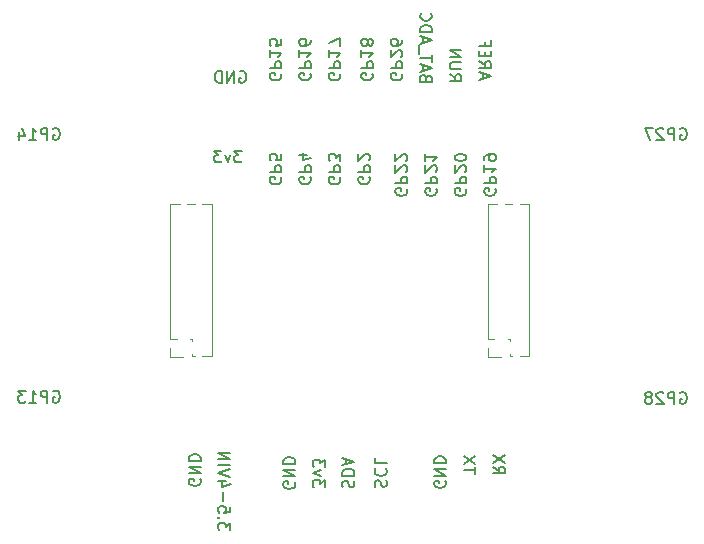
<source format=gbr>
%TF.GenerationSoftware,KiCad,Pcbnew,(6.0.5)*%
%TF.CreationDate,2023-12-03T22:55:10-05:00*%
%TF.ProjectId,lcd_128_io_board,6c63645f-3132-4385-9f69-6f5f626f6172,rev?*%
%TF.SameCoordinates,Original*%
%TF.FileFunction,Legend,Bot*%
%TF.FilePolarity,Positive*%
%FSLAX46Y46*%
G04 Gerber Fmt 4.6, Leading zero omitted, Abs format (unit mm)*
G04 Created by KiCad (PCBNEW (6.0.5)) date 2023-12-03 22:55:10*
%MOMM*%
%LPD*%
G01*
G04 APERTURE LIST*
%ADD10C,0.150000*%
%ADD11C,0.120000*%
G04 APERTURE END LIST*
D10*
X157146476Y-101100000D02*
X157241714Y-101052380D01*
X157384571Y-101052380D01*
X157527428Y-101100000D01*
X157622666Y-101195238D01*
X157670285Y-101290476D01*
X157717904Y-101480952D01*
X157717904Y-101623809D01*
X157670285Y-101814285D01*
X157622666Y-101909523D01*
X157527428Y-102004761D01*
X157384571Y-102052380D01*
X157289333Y-102052380D01*
X157146476Y-102004761D01*
X157098857Y-101957142D01*
X157098857Y-101623809D01*
X157289333Y-101623809D01*
X156670285Y-102052380D02*
X156670285Y-101052380D01*
X156289333Y-101052380D01*
X156194095Y-101100000D01*
X156146476Y-101147619D01*
X156098857Y-101242857D01*
X156098857Y-101385714D01*
X156146476Y-101480952D01*
X156194095Y-101528571D01*
X156289333Y-101576190D01*
X156670285Y-101576190D01*
X155717904Y-101147619D02*
X155670285Y-101100000D01*
X155575047Y-101052380D01*
X155336952Y-101052380D01*
X155241714Y-101100000D01*
X155194095Y-101147619D01*
X155146476Y-101242857D01*
X155146476Y-101338095D01*
X155194095Y-101480952D01*
X155765523Y-102052380D01*
X155146476Y-102052380D01*
X154813142Y-101052380D02*
X154146476Y-101052380D01*
X154575047Y-102052380D01*
X157146476Y-123452000D02*
X157241714Y-123404380D01*
X157384571Y-123404380D01*
X157527428Y-123452000D01*
X157622666Y-123547238D01*
X157670285Y-123642476D01*
X157717904Y-123832952D01*
X157717904Y-123975809D01*
X157670285Y-124166285D01*
X157622666Y-124261523D01*
X157527428Y-124356761D01*
X157384571Y-124404380D01*
X157289333Y-124404380D01*
X157146476Y-124356761D01*
X157098857Y-124309142D01*
X157098857Y-123975809D01*
X157289333Y-123975809D01*
X156670285Y-124404380D02*
X156670285Y-123404380D01*
X156289333Y-123404380D01*
X156194095Y-123452000D01*
X156146476Y-123499619D01*
X156098857Y-123594857D01*
X156098857Y-123737714D01*
X156146476Y-123832952D01*
X156194095Y-123880571D01*
X156289333Y-123928190D01*
X156670285Y-123928190D01*
X155717904Y-123499619D02*
X155670285Y-123452000D01*
X155575047Y-123404380D01*
X155336952Y-123404380D01*
X155241714Y-123452000D01*
X155194095Y-123499619D01*
X155146476Y-123594857D01*
X155146476Y-123690095D01*
X155194095Y-123832952D01*
X155765523Y-124404380D01*
X155146476Y-124404380D01*
X154575047Y-123832952D02*
X154670285Y-123785333D01*
X154717904Y-123737714D01*
X154765523Y-123642476D01*
X154765523Y-123594857D01*
X154717904Y-123499619D01*
X154670285Y-123452000D01*
X154575047Y-123404380D01*
X154384571Y-123404380D01*
X154289333Y-123452000D01*
X154241714Y-123499619D01*
X154194095Y-123594857D01*
X154194095Y-123642476D01*
X154241714Y-123737714D01*
X154289333Y-123785333D01*
X154384571Y-123832952D01*
X154575047Y-123832952D01*
X154670285Y-123880571D01*
X154717904Y-123928190D01*
X154765523Y-124023428D01*
X154765523Y-124213904D01*
X154717904Y-124309142D01*
X154670285Y-124356761D01*
X154575047Y-124404380D01*
X154384571Y-124404380D01*
X154289333Y-124356761D01*
X154241714Y-124309142D01*
X154194095Y-124213904D01*
X154194095Y-124023428D01*
X154241714Y-123928190D01*
X154289333Y-123880571D01*
X154384571Y-123832952D01*
X104060476Y-123325000D02*
X104155714Y-123277380D01*
X104298571Y-123277380D01*
X104441428Y-123325000D01*
X104536666Y-123420238D01*
X104584285Y-123515476D01*
X104631904Y-123705952D01*
X104631904Y-123848809D01*
X104584285Y-124039285D01*
X104536666Y-124134523D01*
X104441428Y-124229761D01*
X104298571Y-124277380D01*
X104203333Y-124277380D01*
X104060476Y-124229761D01*
X104012857Y-124182142D01*
X104012857Y-123848809D01*
X104203333Y-123848809D01*
X103584285Y-124277380D02*
X103584285Y-123277380D01*
X103203333Y-123277380D01*
X103108095Y-123325000D01*
X103060476Y-123372619D01*
X103012857Y-123467857D01*
X103012857Y-123610714D01*
X103060476Y-123705952D01*
X103108095Y-123753571D01*
X103203333Y-123801190D01*
X103584285Y-123801190D01*
X102060476Y-124277380D02*
X102631904Y-124277380D01*
X102346190Y-124277380D02*
X102346190Y-123277380D01*
X102441428Y-123420238D01*
X102536666Y-123515476D01*
X102631904Y-123563095D01*
X101727142Y-123277380D02*
X101108095Y-123277380D01*
X101441428Y-123658333D01*
X101298571Y-123658333D01*
X101203333Y-123705952D01*
X101155714Y-123753571D01*
X101108095Y-123848809D01*
X101108095Y-124086904D01*
X101155714Y-124182142D01*
X101203333Y-124229761D01*
X101298571Y-124277380D01*
X101584285Y-124277380D01*
X101679523Y-124229761D01*
X101727142Y-124182142D01*
X104060476Y-101100000D02*
X104155714Y-101052380D01*
X104298571Y-101052380D01*
X104441428Y-101100000D01*
X104536666Y-101195238D01*
X104584285Y-101290476D01*
X104631904Y-101480952D01*
X104631904Y-101623809D01*
X104584285Y-101814285D01*
X104536666Y-101909523D01*
X104441428Y-102004761D01*
X104298571Y-102052380D01*
X104203333Y-102052380D01*
X104060476Y-102004761D01*
X104012857Y-101957142D01*
X104012857Y-101623809D01*
X104203333Y-101623809D01*
X103584285Y-102052380D02*
X103584285Y-101052380D01*
X103203333Y-101052380D01*
X103108095Y-101100000D01*
X103060476Y-101147619D01*
X103012857Y-101242857D01*
X103012857Y-101385714D01*
X103060476Y-101480952D01*
X103108095Y-101528571D01*
X103203333Y-101576190D01*
X103584285Y-101576190D01*
X102060476Y-102052380D02*
X102631904Y-102052380D01*
X102346190Y-102052380D02*
X102346190Y-101052380D01*
X102441428Y-101195238D01*
X102536666Y-101290476D01*
X102631904Y-101338095D01*
X101203333Y-101385714D02*
X101203333Y-102052380D01*
X101441428Y-101004761D02*
X101679523Y-101719047D01*
X101060476Y-101719047D01*
X125836255Y-105214285D02*
X125883874Y-105309523D01*
X125883874Y-105452380D01*
X125836255Y-105595238D01*
X125741016Y-105690476D01*
X125645778Y-105738095D01*
X125455302Y-105785714D01*
X125312445Y-105785714D01*
X125121969Y-105738095D01*
X125026731Y-105690476D01*
X124931493Y-105595238D01*
X124883874Y-105452380D01*
X124883874Y-105357142D01*
X124931493Y-105214285D01*
X124979112Y-105166666D01*
X125312445Y-105166666D01*
X125312445Y-105357142D01*
X124883874Y-104738095D02*
X125883874Y-104738095D01*
X125883874Y-104357142D01*
X125836255Y-104261904D01*
X125788635Y-104214285D01*
X125693397Y-104166666D01*
X125550540Y-104166666D01*
X125455302Y-104214285D01*
X125407683Y-104261904D01*
X125360064Y-104357142D01*
X125360064Y-104738095D01*
X125550540Y-103309523D02*
X124883874Y-103309523D01*
X125931493Y-103547619D02*
X125217207Y-103785714D01*
X125217207Y-103166666D01*
X119047619Y-135083333D02*
X119047619Y-134464285D01*
X118666666Y-134797619D01*
X118666666Y-134654761D01*
X118619047Y-134559523D01*
X118571428Y-134511904D01*
X118476190Y-134464285D01*
X118238095Y-134464285D01*
X118142857Y-134511904D01*
X118095238Y-134559523D01*
X118047619Y-134654761D01*
X118047619Y-134940476D01*
X118095238Y-135035714D01*
X118142857Y-135083333D01*
X118142857Y-134035714D02*
X118095238Y-133988095D01*
X118047619Y-134035714D01*
X118095238Y-134083333D01*
X118142857Y-134035714D01*
X118047619Y-134035714D01*
X119047619Y-133083333D02*
X119047619Y-133559523D01*
X118571428Y-133607142D01*
X118619047Y-133559523D01*
X118666666Y-133464285D01*
X118666666Y-133226190D01*
X118619047Y-133130952D01*
X118571428Y-133083333D01*
X118476190Y-133035714D01*
X118238095Y-133035714D01*
X118142857Y-133083333D01*
X118095238Y-133130952D01*
X118047619Y-133226190D01*
X118047619Y-133464285D01*
X118095238Y-133559523D01*
X118142857Y-133607142D01*
X118428571Y-132607142D02*
X118428571Y-131845238D01*
X118714285Y-130940476D02*
X118047619Y-130940476D01*
X119095238Y-131178571D02*
X118380952Y-131416666D01*
X118380952Y-130797619D01*
X119047619Y-130559523D02*
X118047619Y-130226190D01*
X119047619Y-129892857D01*
X118047619Y-129559523D02*
X119047619Y-129559523D01*
X118047619Y-129083333D02*
X119047619Y-129083333D01*
X118047619Y-128511904D01*
X119047619Y-128511904D01*
X116512000Y-130761904D02*
X116559619Y-130857142D01*
X116559619Y-131000000D01*
X116512000Y-131142857D01*
X116416761Y-131238095D01*
X116321523Y-131285714D01*
X116131047Y-131333333D01*
X115988190Y-131333333D01*
X115797714Y-131285714D01*
X115702476Y-131238095D01*
X115607238Y-131142857D01*
X115559619Y-131000000D01*
X115559619Y-130904761D01*
X115607238Y-130761904D01*
X115654857Y-130714285D01*
X115988190Y-130714285D01*
X115988190Y-130904761D01*
X115559619Y-130285714D02*
X116559619Y-130285714D01*
X115559619Y-129714285D01*
X116559619Y-129714285D01*
X115559619Y-129238095D02*
X116559619Y-129238095D01*
X116559619Y-129000000D01*
X116512000Y-128857142D01*
X116416761Y-128761904D01*
X116321523Y-128714285D01*
X116131047Y-128666666D01*
X115988190Y-128666666D01*
X115797714Y-128714285D01*
X115702476Y-128761904D01*
X115607238Y-128857142D01*
X115559619Y-129000000D01*
X115559619Y-129238095D01*
X123336255Y-96440476D02*
X123383874Y-96535714D01*
X123383874Y-96678571D01*
X123336255Y-96821428D01*
X123241016Y-96916666D01*
X123145778Y-96964285D01*
X122955302Y-97011904D01*
X122812445Y-97011904D01*
X122621969Y-96964285D01*
X122526731Y-96916666D01*
X122431493Y-96821428D01*
X122383874Y-96678571D01*
X122383874Y-96583333D01*
X122431493Y-96440476D01*
X122479112Y-96392857D01*
X122812445Y-96392857D01*
X122812445Y-96583333D01*
X122383874Y-95964285D02*
X123383874Y-95964285D01*
X123383874Y-95583333D01*
X123336255Y-95488095D01*
X123288635Y-95440476D01*
X123193397Y-95392857D01*
X123050540Y-95392857D01*
X122955302Y-95440476D01*
X122907683Y-95488095D01*
X122860064Y-95583333D01*
X122860064Y-95964285D01*
X122383874Y-94440476D02*
X122383874Y-95011904D01*
X122383874Y-94726190D02*
X123383874Y-94726190D01*
X123241016Y-94821428D01*
X123145778Y-94916666D01*
X123098159Y-95011904D01*
X123383874Y-93535714D02*
X123383874Y-94011904D01*
X122907683Y-94059523D01*
X122955302Y-94011904D01*
X123002921Y-93916666D01*
X123002921Y-93678571D01*
X122955302Y-93583333D01*
X122907683Y-93535714D01*
X122812445Y-93488095D01*
X122574350Y-93488095D01*
X122479112Y-93535714D01*
X122431493Y-93583333D01*
X122383874Y-93678571D01*
X122383874Y-93916666D01*
X122431493Y-94011904D01*
X122479112Y-94059523D01*
X139809619Y-130301904D02*
X139809619Y-129730476D01*
X138809619Y-130016190D02*
X139809619Y-130016190D01*
X139809619Y-129492380D02*
X138809619Y-128825714D01*
X139809619Y-128825714D02*
X138809619Y-129492380D01*
X128336255Y-96440476D02*
X128383874Y-96535714D01*
X128383874Y-96678571D01*
X128336255Y-96821428D01*
X128241016Y-96916666D01*
X128145778Y-96964285D01*
X127955302Y-97011904D01*
X127812445Y-97011904D01*
X127621969Y-96964285D01*
X127526731Y-96916666D01*
X127431493Y-96821428D01*
X127383874Y-96678571D01*
X127383874Y-96583333D01*
X127431493Y-96440476D01*
X127479112Y-96392857D01*
X127812445Y-96392857D01*
X127812445Y-96583333D01*
X127383874Y-95964285D02*
X128383874Y-95964285D01*
X128383874Y-95583333D01*
X128336255Y-95488095D01*
X128288635Y-95440476D01*
X128193397Y-95392857D01*
X128050540Y-95392857D01*
X127955302Y-95440476D01*
X127907683Y-95488095D01*
X127860064Y-95583333D01*
X127860064Y-95964285D01*
X127383874Y-94440476D02*
X127383874Y-95011904D01*
X127383874Y-94726190D02*
X128383874Y-94726190D01*
X128241016Y-94821428D01*
X128145778Y-94916666D01*
X128098159Y-95011904D01*
X128383874Y-94107142D02*
X128383874Y-93440476D01*
X127383874Y-93869047D01*
X123336255Y-105214285D02*
X123383874Y-105309523D01*
X123383874Y-105452380D01*
X123336255Y-105595238D01*
X123241016Y-105690476D01*
X123145778Y-105738095D01*
X122955302Y-105785714D01*
X122812445Y-105785714D01*
X122621969Y-105738095D01*
X122526731Y-105690476D01*
X122431493Y-105595238D01*
X122383874Y-105452380D01*
X122383874Y-105357142D01*
X122431493Y-105214285D01*
X122479112Y-105166666D01*
X122812445Y-105166666D01*
X122812445Y-105357142D01*
X122383874Y-104738095D02*
X123383874Y-104738095D01*
X123383874Y-104357142D01*
X123336255Y-104261904D01*
X123288635Y-104214285D01*
X123193397Y-104166666D01*
X123050540Y-104166666D01*
X122955302Y-104214285D01*
X122907683Y-104261904D01*
X122860064Y-104357142D01*
X122860064Y-104738095D01*
X123383874Y-103261904D02*
X123383874Y-103738095D01*
X122907683Y-103785714D01*
X122955302Y-103738095D01*
X123002921Y-103642857D01*
X123002921Y-103404761D01*
X122955302Y-103309523D01*
X122907683Y-103261904D01*
X122812445Y-103214285D01*
X122574350Y-103214285D01*
X122479112Y-103261904D01*
X122431493Y-103309523D01*
X122383874Y-103404761D01*
X122383874Y-103642857D01*
X122431493Y-103738095D01*
X122479112Y-103785714D01*
X133586255Y-96440476D02*
X133633874Y-96535714D01*
X133633874Y-96678571D01*
X133586255Y-96821428D01*
X133491016Y-96916666D01*
X133395778Y-96964285D01*
X133205302Y-97011904D01*
X133062445Y-97011904D01*
X132871969Y-96964285D01*
X132776731Y-96916666D01*
X132681493Y-96821428D01*
X132633874Y-96678571D01*
X132633874Y-96583333D01*
X132681493Y-96440476D01*
X132729112Y-96392857D01*
X133062445Y-96392857D01*
X133062445Y-96583333D01*
X132633874Y-95964285D02*
X133633874Y-95964285D01*
X133633874Y-95583333D01*
X133586255Y-95488095D01*
X133538635Y-95440476D01*
X133443397Y-95392857D01*
X133300540Y-95392857D01*
X133205302Y-95440476D01*
X133157683Y-95488095D01*
X133110064Y-95583333D01*
X133110064Y-95964285D01*
X133538635Y-95011904D02*
X133586255Y-94964285D01*
X133633874Y-94869047D01*
X133633874Y-94630952D01*
X133586255Y-94535714D01*
X133538635Y-94488095D01*
X133443397Y-94440476D01*
X133348159Y-94440476D01*
X133205302Y-94488095D01*
X132633874Y-95059523D01*
X132633874Y-94440476D01*
X133633874Y-93583333D02*
X133633874Y-93773809D01*
X133586255Y-93869047D01*
X133538635Y-93916666D01*
X133395778Y-94011904D01*
X133205302Y-94059523D01*
X132824350Y-94059523D01*
X132729112Y-94011904D01*
X132681493Y-93964285D01*
X132633874Y-93869047D01*
X132633874Y-93678571D01*
X132681493Y-93583333D01*
X132729112Y-93535714D01*
X132824350Y-93488095D01*
X133062445Y-93488095D01*
X133157683Y-93535714D01*
X133205302Y-93583333D01*
X133252921Y-93678571D01*
X133252921Y-93869047D01*
X133205302Y-93964285D01*
X133157683Y-94011904D01*
X133062445Y-94059523D01*
X134000000Y-106190476D02*
X134047619Y-106285714D01*
X134047619Y-106428571D01*
X134000000Y-106571428D01*
X133904761Y-106666666D01*
X133809523Y-106714285D01*
X133619047Y-106761904D01*
X133476190Y-106761904D01*
X133285714Y-106714285D01*
X133190476Y-106666666D01*
X133095238Y-106571428D01*
X133047619Y-106428571D01*
X133047619Y-106333333D01*
X133095238Y-106190476D01*
X133142857Y-106142857D01*
X133476190Y-106142857D01*
X133476190Y-106333333D01*
X133047619Y-105714285D02*
X134047619Y-105714285D01*
X134047619Y-105333333D01*
X134000000Y-105238095D01*
X133952380Y-105190476D01*
X133857142Y-105142857D01*
X133714285Y-105142857D01*
X133619047Y-105190476D01*
X133571428Y-105238095D01*
X133523809Y-105333333D01*
X133523809Y-105714285D01*
X133952380Y-104761904D02*
X134000000Y-104714285D01*
X134047619Y-104619047D01*
X134047619Y-104380952D01*
X134000000Y-104285714D01*
X133952380Y-104238095D01*
X133857142Y-104190476D01*
X133761904Y-104190476D01*
X133619047Y-104238095D01*
X133047619Y-104809523D01*
X133047619Y-104190476D01*
X133952380Y-103809523D02*
X134000000Y-103761904D01*
X134047619Y-103666666D01*
X134047619Y-103428571D01*
X134000000Y-103333333D01*
X133952380Y-103285714D01*
X133857142Y-103238095D01*
X133761904Y-103238095D01*
X133619047Y-103285714D01*
X133047619Y-103857142D01*
X133047619Y-103238095D01*
X137262000Y-130936904D02*
X137309619Y-131032142D01*
X137309619Y-131175000D01*
X137262000Y-131317857D01*
X137166761Y-131413095D01*
X137071523Y-131460714D01*
X136881047Y-131508333D01*
X136738190Y-131508333D01*
X136547714Y-131460714D01*
X136452476Y-131413095D01*
X136357238Y-131317857D01*
X136309619Y-131175000D01*
X136309619Y-131079761D01*
X136357238Y-130936904D01*
X136404857Y-130889285D01*
X136738190Y-130889285D01*
X136738190Y-131079761D01*
X136309619Y-130460714D02*
X137309619Y-130460714D01*
X136309619Y-129889285D01*
X137309619Y-129889285D01*
X136309619Y-129413095D02*
X137309619Y-129413095D01*
X137309619Y-129175000D01*
X137262000Y-129032142D01*
X137166761Y-128936904D01*
X137071523Y-128889285D01*
X136881047Y-128841666D01*
X136738190Y-128841666D01*
X136547714Y-128889285D01*
X136452476Y-128936904D01*
X136357238Y-129032142D01*
X136309619Y-129175000D01*
X136309619Y-129413095D01*
X119848159Y-96250000D02*
X119943397Y-96202380D01*
X120086255Y-96202380D01*
X120229112Y-96250000D01*
X120324350Y-96345238D01*
X120371969Y-96440476D01*
X120419588Y-96630952D01*
X120419588Y-96773809D01*
X120371969Y-96964285D01*
X120324350Y-97059523D01*
X120229112Y-97154761D01*
X120086255Y-97202380D01*
X119991016Y-97202380D01*
X119848159Y-97154761D01*
X119800540Y-97107142D01*
X119800540Y-96773809D01*
X119991016Y-96773809D01*
X119371969Y-97202380D02*
X119371969Y-96202380D01*
X118800540Y-97202380D01*
X118800540Y-96202380D01*
X118324350Y-97202380D02*
X118324350Y-96202380D01*
X118086255Y-96202380D01*
X117943397Y-96250000D01*
X117848159Y-96345238D01*
X117800540Y-96440476D01*
X117752921Y-96630952D01*
X117752921Y-96773809D01*
X117800540Y-96964285D01*
X117848159Y-97059523D01*
X117943397Y-97154761D01*
X118086255Y-97202380D01*
X118324350Y-97202380D01*
X120026731Y-102952380D02*
X119407683Y-102952380D01*
X119741016Y-103333333D01*
X119598159Y-103333333D01*
X119502921Y-103380952D01*
X119455302Y-103428571D01*
X119407683Y-103523809D01*
X119407683Y-103761904D01*
X119455302Y-103857142D01*
X119502921Y-103904761D01*
X119598159Y-103952380D01*
X119883874Y-103952380D01*
X119979112Y-103904761D01*
X120026731Y-103857142D01*
X119074350Y-103285714D02*
X118836255Y-103952380D01*
X118598159Y-103285714D01*
X118312445Y-102952380D02*
X117693397Y-102952380D01*
X118026731Y-103333333D01*
X117883874Y-103333333D01*
X117788635Y-103380952D01*
X117741016Y-103428571D01*
X117693397Y-103523809D01*
X117693397Y-103761904D01*
X117741016Y-103857142D01*
X117788635Y-103904761D01*
X117883874Y-103952380D01*
X118169588Y-103952380D01*
X118264826Y-103904761D01*
X118312445Y-103857142D01*
X141500000Y-106190476D02*
X141547619Y-106285714D01*
X141547619Y-106428571D01*
X141500000Y-106571428D01*
X141404761Y-106666666D01*
X141309523Y-106714285D01*
X141119047Y-106761904D01*
X140976190Y-106761904D01*
X140785714Y-106714285D01*
X140690476Y-106666666D01*
X140595238Y-106571428D01*
X140547619Y-106428571D01*
X140547619Y-106333333D01*
X140595238Y-106190476D01*
X140642857Y-106142857D01*
X140976190Y-106142857D01*
X140976190Y-106333333D01*
X140547619Y-105714285D02*
X141547619Y-105714285D01*
X141547619Y-105333333D01*
X141500000Y-105238095D01*
X141452380Y-105190476D01*
X141357142Y-105142857D01*
X141214285Y-105142857D01*
X141119047Y-105190476D01*
X141071428Y-105238095D01*
X141023809Y-105333333D01*
X141023809Y-105714285D01*
X140547619Y-104190476D02*
X140547619Y-104761904D01*
X140547619Y-104476190D02*
X141547619Y-104476190D01*
X141404761Y-104571428D01*
X141309523Y-104666666D01*
X141261904Y-104761904D01*
X140547619Y-103714285D02*
X140547619Y-103523809D01*
X140595238Y-103428571D01*
X140642857Y-103380952D01*
X140785714Y-103285714D01*
X140976190Y-103238095D01*
X141357142Y-103238095D01*
X141452380Y-103285714D01*
X141500000Y-103333333D01*
X141547619Y-103428571D01*
X141547619Y-103619047D01*
X141500000Y-103714285D01*
X141452380Y-103761904D01*
X141357142Y-103809523D01*
X141119047Y-103809523D01*
X141023809Y-103761904D01*
X140976190Y-103714285D01*
X140928571Y-103619047D01*
X140928571Y-103428571D01*
X140976190Y-103333333D01*
X141023809Y-103285714D01*
X141119047Y-103238095D01*
X131086255Y-96440476D02*
X131133874Y-96535714D01*
X131133874Y-96678571D01*
X131086255Y-96821428D01*
X130991016Y-96916666D01*
X130895778Y-96964285D01*
X130705302Y-97011904D01*
X130562445Y-97011904D01*
X130371969Y-96964285D01*
X130276731Y-96916666D01*
X130181493Y-96821428D01*
X130133874Y-96678571D01*
X130133874Y-96583333D01*
X130181493Y-96440476D01*
X130229112Y-96392857D01*
X130562445Y-96392857D01*
X130562445Y-96583333D01*
X130133874Y-95964285D02*
X131133874Y-95964285D01*
X131133874Y-95583333D01*
X131086255Y-95488095D01*
X131038635Y-95440476D01*
X130943397Y-95392857D01*
X130800540Y-95392857D01*
X130705302Y-95440476D01*
X130657683Y-95488095D01*
X130610064Y-95583333D01*
X130610064Y-95964285D01*
X130133874Y-94440476D02*
X130133874Y-95011904D01*
X130133874Y-94726190D02*
X131133874Y-94726190D01*
X130991016Y-94821428D01*
X130895778Y-94916666D01*
X130848159Y-95011904D01*
X130705302Y-93869047D02*
X130752921Y-93964285D01*
X130800540Y-94011904D01*
X130895778Y-94059523D01*
X130943397Y-94059523D01*
X131038635Y-94011904D01*
X131086255Y-93964285D01*
X131133874Y-93869047D01*
X131133874Y-93678571D01*
X131086255Y-93583333D01*
X131038635Y-93535714D01*
X130943397Y-93488095D01*
X130895778Y-93488095D01*
X130800540Y-93535714D01*
X130752921Y-93583333D01*
X130705302Y-93678571D01*
X130705302Y-93869047D01*
X130657683Y-93964285D01*
X130610064Y-94011904D01*
X130514826Y-94059523D01*
X130324350Y-94059523D01*
X130229112Y-94011904D01*
X130181493Y-93964285D01*
X130133874Y-93869047D01*
X130133874Y-93678571D01*
X130181493Y-93583333D01*
X130229112Y-93535714D01*
X130324350Y-93488095D01*
X130514826Y-93488095D01*
X130610064Y-93535714D01*
X130657683Y-93583333D01*
X130705302Y-93678571D01*
X137633874Y-96488095D02*
X138110064Y-96821428D01*
X137633874Y-97059523D02*
X138633874Y-97059523D01*
X138633874Y-96678571D01*
X138586255Y-96583333D01*
X138538635Y-96535714D01*
X138443397Y-96488095D01*
X138300540Y-96488095D01*
X138205302Y-96535714D01*
X138157683Y-96583333D01*
X138110064Y-96678571D01*
X138110064Y-97059523D01*
X138633874Y-96059523D02*
X137824350Y-96059523D01*
X137729112Y-96011904D01*
X137681493Y-95964285D01*
X137633874Y-95869047D01*
X137633874Y-95678571D01*
X137681493Y-95583333D01*
X137729112Y-95535714D01*
X137824350Y-95488095D01*
X138633874Y-95488095D01*
X137633874Y-95011904D02*
X138633874Y-95011904D01*
X137633874Y-94440476D01*
X138633874Y-94440476D01*
X135657683Y-96797619D02*
X135610064Y-96654761D01*
X135562445Y-96607142D01*
X135467207Y-96559523D01*
X135324350Y-96559523D01*
X135229112Y-96607142D01*
X135181493Y-96654761D01*
X135133874Y-96750000D01*
X135133874Y-97130952D01*
X136133874Y-97130952D01*
X136133874Y-96797619D01*
X136086255Y-96702380D01*
X136038635Y-96654761D01*
X135943397Y-96607142D01*
X135848159Y-96607142D01*
X135752921Y-96654761D01*
X135705302Y-96702380D01*
X135657683Y-96797619D01*
X135657683Y-97130952D01*
X135419588Y-96178571D02*
X135419588Y-95702380D01*
X135133874Y-96273809D02*
X136133874Y-95940476D01*
X135133874Y-95607142D01*
X136133874Y-95416666D02*
X136133874Y-94845238D01*
X135133874Y-95130952D02*
X136133874Y-95130952D01*
X135038635Y-94750000D02*
X135038635Y-93988095D01*
X135419588Y-93797619D02*
X135419588Y-93321428D01*
X135133874Y-93892857D02*
X136133874Y-93559523D01*
X135133874Y-93226190D01*
X135133874Y-92892857D02*
X136133874Y-92892857D01*
X136133874Y-92654761D01*
X136086255Y-92511904D01*
X135991016Y-92416666D01*
X135895778Y-92369047D01*
X135705302Y-92321428D01*
X135562445Y-92321428D01*
X135371969Y-92369047D01*
X135276731Y-92416666D01*
X135181493Y-92511904D01*
X135133874Y-92654761D01*
X135133874Y-92892857D01*
X135229112Y-91321428D02*
X135181493Y-91369047D01*
X135133874Y-91511904D01*
X135133874Y-91607142D01*
X135181493Y-91750000D01*
X135276731Y-91845238D01*
X135371969Y-91892857D01*
X135562445Y-91940476D01*
X135705302Y-91940476D01*
X135895778Y-91892857D01*
X135991016Y-91845238D01*
X136086255Y-91750000D01*
X136133874Y-91607142D01*
X136133874Y-91511904D01*
X136086255Y-91369047D01*
X136038635Y-91321428D01*
X128607238Y-131464285D02*
X128559619Y-131321428D01*
X128559619Y-131083333D01*
X128607238Y-130988095D01*
X128654857Y-130940476D01*
X128750095Y-130892857D01*
X128845333Y-130892857D01*
X128940571Y-130940476D01*
X128988190Y-130988095D01*
X129035809Y-131083333D01*
X129083428Y-131273809D01*
X129131047Y-131369047D01*
X129178666Y-131416666D01*
X129273904Y-131464285D01*
X129369142Y-131464285D01*
X129464380Y-131416666D01*
X129512000Y-131369047D01*
X129559619Y-131273809D01*
X129559619Y-131035714D01*
X129512000Y-130892857D01*
X128559619Y-130464285D02*
X129559619Y-130464285D01*
X129559619Y-130226190D01*
X129512000Y-130083333D01*
X129416761Y-129988095D01*
X129321523Y-129940476D01*
X129131047Y-129892857D01*
X128988190Y-129892857D01*
X128797714Y-129940476D01*
X128702476Y-129988095D01*
X128607238Y-130083333D01*
X128559619Y-130226190D01*
X128559619Y-130464285D01*
X128845333Y-129511904D02*
X128845333Y-129035714D01*
X128559619Y-129607142D02*
X129559619Y-129273809D01*
X128559619Y-128940476D01*
X140419588Y-96869047D02*
X140419588Y-96392857D01*
X140133874Y-96964285D02*
X141133874Y-96630952D01*
X140133874Y-96297619D01*
X140133874Y-95392857D02*
X140610064Y-95726190D01*
X140133874Y-95964285D02*
X141133874Y-95964285D01*
X141133874Y-95583333D01*
X141086255Y-95488095D01*
X141038635Y-95440476D01*
X140943397Y-95392857D01*
X140800540Y-95392857D01*
X140705302Y-95440476D01*
X140657683Y-95488095D01*
X140610064Y-95583333D01*
X140610064Y-95964285D01*
X140657683Y-94964285D02*
X140657683Y-94630952D01*
X140133874Y-94488095D02*
X140133874Y-94964285D01*
X141133874Y-94964285D01*
X141133874Y-94488095D01*
X140657683Y-93726190D02*
X140657683Y-94059523D01*
X140133874Y-94059523D02*
X141133874Y-94059523D01*
X141133874Y-93583333D01*
X141309619Y-129706666D02*
X141785809Y-130040000D01*
X141309619Y-130278095D02*
X142309619Y-130278095D01*
X142309619Y-129897142D01*
X142262000Y-129801904D01*
X142214380Y-129754285D01*
X142119142Y-129706666D01*
X141976285Y-129706666D01*
X141881047Y-129754285D01*
X141833428Y-129801904D01*
X141785809Y-129897142D01*
X141785809Y-130278095D01*
X142309619Y-129373333D02*
X141309619Y-128706666D01*
X142309619Y-128706666D02*
X141309619Y-129373333D01*
X136500000Y-106190476D02*
X136547619Y-106285714D01*
X136547619Y-106428571D01*
X136500000Y-106571428D01*
X136404761Y-106666666D01*
X136309523Y-106714285D01*
X136119047Y-106761904D01*
X135976190Y-106761904D01*
X135785714Y-106714285D01*
X135690476Y-106666666D01*
X135595238Y-106571428D01*
X135547619Y-106428571D01*
X135547619Y-106333333D01*
X135595238Y-106190476D01*
X135642857Y-106142857D01*
X135976190Y-106142857D01*
X135976190Y-106333333D01*
X135547619Y-105714285D02*
X136547619Y-105714285D01*
X136547619Y-105333333D01*
X136500000Y-105238095D01*
X136452380Y-105190476D01*
X136357142Y-105142857D01*
X136214285Y-105142857D01*
X136119047Y-105190476D01*
X136071428Y-105238095D01*
X136023809Y-105333333D01*
X136023809Y-105714285D01*
X136452380Y-104761904D02*
X136500000Y-104714285D01*
X136547619Y-104619047D01*
X136547619Y-104380952D01*
X136500000Y-104285714D01*
X136452380Y-104238095D01*
X136357142Y-104190476D01*
X136261904Y-104190476D01*
X136119047Y-104238095D01*
X135547619Y-104809523D01*
X135547619Y-104190476D01*
X135547619Y-103238095D02*
X135547619Y-103809523D01*
X135547619Y-103523809D02*
X136547619Y-103523809D01*
X136404761Y-103619047D01*
X136309523Y-103714285D01*
X136261904Y-103809523D01*
X127059619Y-131440476D02*
X127059619Y-130821428D01*
X126678666Y-131154761D01*
X126678666Y-131011904D01*
X126631047Y-130916666D01*
X126583428Y-130869047D01*
X126488190Y-130821428D01*
X126250095Y-130821428D01*
X126154857Y-130869047D01*
X126107238Y-130916666D01*
X126059619Y-131011904D01*
X126059619Y-131297619D01*
X126107238Y-131392857D01*
X126154857Y-131440476D01*
X126726285Y-130488095D02*
X126059619Y-130250000D01*
X126726285Y-130011904D01*
X127059619Y-129726190D02*
X127059619Y-129107142D01*
X126678666Y-129440476D01*
X126678666Y-129297619D01*
X126631047Y-129202380D01*
X126583428Y-129154761D01*
X126488190Y-129107142D01*
X126250095Y-129107142D01*
X126154857Y-129154761D01*
X126107238Y-129202380D01*
X126059619Y-129297619D01*
X126059619Y-129583333D01*
X126107238Y-129678571D01*
X126154857Y-129726190D01*
X139000000Y-106190476D02*
X139047619Y-106285714D01*
X139047619Y-106428571D01*
X139000000Y-106571428D01*
X138904761Y-106666666D01*
X138809523Y-106714285D01*
X138619047Y-106761904D01*
X138476190Y-106761904D01*
X138285714Y-106714285D01*
X138190476Y-106666666D01*
X138095238Y-106571428D01*
X138047619Y-106428571D01*
X138047619Y-106333333D01*
X138095238Y-106190476D01*
X138142857Y-106142857D01*
X138476190Y-106142857D01*
X138476190Y-106333333D01*
X138047619Y-105714285D02*
X139047619Y-105714285D01*
X139047619Y-105333333D01*
X139000000Y-105238095D01*
X138952380Y-105190476D01*
X138857142Y-105142857D01*
X138714285Y-105142857D01*
X138619047Y-105190476D01*
X138571428Y-105238095D01*
X138523809Y-105333333D01*
X138523809Y-105714285D01*
X138952380Y-104761904D02*
X139000000Y-104714285D01*
X139047619Y-104619047D01*
X139047619Y-104380952D01*
X139000000Y-104285714D01*
X138952380Y-104238095D01*
X138857142Y-104190476D01*
X138761904Y-104190476D01*
X138619047Y-104238095D01*
X138047619Y-104809523D01*
X138047619Y-104190476D01*
X139047619Y-103571428D02*
X139047619Y-103476190D01*
X139000000Y-103380952D01*
X138952380Y-103333333D01*
X138857142Y-103285714D01*
X138666666Y-103238095D01*
X138428571Y-103238095D01*
X138238095Y-103285714D01*
X138142857Y-103333333D01*
X138095238Y-103380952D01*
X138047619Y-103476190D01*
X138047619Y-103571428D01*
X138095238Y-103666666D01*
X138142857Y-103714285D01*
X138238095Y-103761904D01*
X138428571Y-103809523D01*
X138666666Y-103809523D01*
X138857142Y-103761904D01*
X138952380Y-103714285D01*
X139000000Y-103666666D01*
X139047619Y-103571428D01*
X125836255Y-96440476D02*
X125883874Y-96535714D01*
X125883874Y-96678571D01*
X125836255Y-96821428D01*
X125741016Y-96916666D01*
X125645778Y-96964285D01*
X125455302Y-97011904D01*
X125312445Y-97011904D01*
X125121969Y-96964285D01*
X125026731Y-96916666D01*
X124931493Y-96821428D01*
X124883874Y-96678571D01*
X124883874Y-96583333D01*
X124931493Y-96440476D01*
X124979112Y-96392857D01*
X125312445Y-96392857D01*
X125312445Y-96583333D01*
X124883874Y-95964285D02*
X125883874Y-95964285D01*
X125883874Y-95583333D01*
X125836255Y-95488095D01*
X125788635Y-95440476D01*
X125693397Y-95392857D01*
X125550540Y-95392857D01*
X125455302Y-95440476D01*
X125407683Y-95488095D01*
X125360064Y-95583333D01*
X125360064Y-95964285D01*
X124883874Y-94440476D02*
X124883874Y-95011904D01*
X124883874Y-94726190D02*
X125883874Y-94726190D01*
X125741016Y-94821428D01*
X125645778Y-94916666D01*
X125598159Y-95011904D01*
X125883874Y-93583333D02*
X125883874Y-93773809D01*
X125836255Y-93869047D01*
X125788635Y-93916666D01*
X125645778Y-94011904D01*
X125455302Y-94059523D01*
X125074350Y-94059523D01*
X124979112Y-94011904D01*
X124931493Y-93964285D01*
X124883874Y-93869047D01*
X124883874Y-93678571D01*
X124931493Y-93583333D01*
X124979112Y-93535714D01*
X125074350Y-93488095D01*
X125312445Y-93488095D01*
X125407683Y-93535714D01*
X125455302Y-93583333D01*
X125502921Y-93678571D01*
X125502921Y-93869047D01*
X125455302Y-93964285D01*
X125407683Y-94011904D01*
X125312445Y-94059523D01*
X131352141Y-131431789D02*
X131304522Y-131288932D01*
X131304522Y-131050836D01*
X131352141Y-130955598D01*
X131399760Y-130907979D01*
X131494998Y-130860360D01*
X131590236Y-130860360D01*
X131685474Y-130907979D01*
X131733093Y-130955598D01*
X131780712Y-131050836D01*
X131828331Y-131241313D01*
X131875950Y-131336551D01*
X131923569Y-131384170D01*
X132018807Y-131431789D01*
X132114045Y-131431789D01*
X132209283Y-131384170D01*
X132256903Y-131336551D01*
X132304522Y-131241313D01*
X132304522Y-131003217D01*
X132256903Y-130860360D01*
X131399760Y-129860360D02*
X131352141Y-129907979D01*
X131304522Y-130050836D01*
X131304522Y-130146074D01*
X131352141Y-130288932D01*
X131447379Y-130384170D01*
X131542617Y-130431789D01*
X131733093Y-130479408D01*
X131875950Y-130479408D01*
X132066426Y-130431789D01*
X132161664Y-130384170D01*
X132256903Y-130288932D01*
X132304522Y-130146074D01*
X132304522Y-130050836D01*
X132256903Y-129907979D01*
X132209283Y-129860360D01*
X131304522Y-128955598D02*
X131304522Y-129431789D01*
X132304522Y-129431789D01*
X124512000Y-131011904D02*
X124559619Y-131107142D01*
X124559619Y-131250000D01*
X124512000Y-131392857D01*
X124416761Y-131488095D01*
X124321523Y-131535714D01*
X124131047Y-131583333D01*
X123988190Y-131583333D01*
X123797714Y-131535714D01*
X123702476Y-131488095D01*
X123607238Y-131392857D01*
X123559619Y-131250000D01*
X123559619Y-131154761D01*
X123607238Y-131011904D01*
X123654857Y-130964285D01*
X123988190Y-130964285D01*
X123988190Y-131154761D01*
X123559619Y-130535714D02*
X124559619Y-130535714D01*
X123559619Y-129964285D01*
X124559619Y-129964285D01*
X123559619Y-129488095D02*
X124559619Y-129488095D01*
X124559619Y-129250000D01*
X124512000Y-129107142D01*
X124416761Y-129011904D01*
X124321523Y-128964285D01*
X124131047Y-128916666D01*
X123988190Y-128916666D01*
X123797714Y-128964285D01*
X123702476Y-129011904D01*
X123607238Y-129107142D01*
X123559619Y-129250000D01*
X123559619Y-129488095D01*
X130836255Y-105214285D02*
X130883874Y-105309523D01*
X130883874Y-105452380D01*
X130836255Y-105595238D01*
X130741016Y-105690476D01*
X130645778Y-105738095D01*
X130455302Y-105785714D01*
X130312445Y-105785714D01*
X130121969Y-105738095D01*
X130026731Y-105690476D01*
X129931493Y-105595238D01*
X129883874Y-105452380D01*
X129883874Y-105357142D01*
X129931493Y-105214285D01*
X129979112Y-105166666D01*
X130312445Y-105166666D01*
X130312445Y-105357142D01*
X129883874Y-104738095D02*
X130883874Y-104738095D01*
X130883874Y-104357142D01*
X130836255Y-104261904D01*
X130788635Y-104214285D01*
X130693397Y-104166666D01*
X130550540Y-104166666D01*
X130455302Y-104214285D01*
X130407683Y-104261904D01*
X130360064Y-104357142D01*
X130360064Y-104738095D01*
X130788635Y-103785714D02*
X130836255Y-103738095D01*
X130883874Y-103642857D01*
X130883874Y-103404761D01*
X130836255Y-103309523D01*
X130788635Y-103261904D01*
X130693397Y-103214285D01*
X130598159Y-103214285D01*
X130455302Y-103261904D01*
X129883874Y-103833333D01*
X129883874Y-103214285D01*
X128336255Y-105214285D02*
X128383874Y-105309523D01*
X128383874Y-105452380D01*
X128336255Y-105595238D01*
X128241016Y-105690476D01*
X128145778Y-105738095D01*
X127955302Y-105785714D01*
X127812445Y-105785714D01*
X127621969Y-105738095D01*
X127526731Y-105690476D01*
X127431493Y-105595238D01*
X127383874Y-105452380D01*
X127383874Y-105357142D01*
X127431493Y-105214285D01*
X127479112Y-105166666D01*
X127812445Y-105166666D01*
X127812445Y-105357142D01*
X127383874Y-104738095D02*
X128383874Y-104738095D01*
X128383874Y-104357142D01*
X128336255Y-104261904D01*
X128288635Y-104214285D01*
X128193397Y-104166666D01*
X128050540Y-104166666D01*
X127955302Y-104214285D01*
X127907683Y-104261904D01*
X127860064Y-104357142D01*
X127860064Y-104738095D01*
X128383874Y-103833333D02*
X128383874Y-103214285D01*
X128002921Y-103547619D01*
X128002921Y-103404761D01*
X127955302Y-103309523D01*
X127907683Y-103261904D01*
X127812445Y-103214285D01*
X127574350Y-103214285D01*
X127479112Y-103261904D01*
X127431493Y-103309523D01*
X127383874Y-103404761D01*
X127383874Y-103690476D01*
X127431493Y-103785714D01*
X127479112Y-103833333D01*
D11*
%TO.C,J3*%
X115832000Y-120329000D02*
X116034470Y-120329000D01*
X113942000Y-120394000D02*
X115072000Y-120394000D01*
X115832000Y-118927471D02*
X115832000Y-119070529D01*
X116649530Y-120329000D02*
X117472000Y-120329000D01*
X115379530Y-107509000D02*
X116034470Y-107509000D01*
X117472000Y-120329000D02*
X117472000Y-107509000D01*
X113942000Y-107509000D02*
X114764470Y-107509000D01*
X113942000Y-118874000D02*
X113942000Y-107509000D01*
X115635471Y-118874000D02*
X115778529Y-118874000D01*
X113942000Y-118874000D02*
X114508529Y-118874000D01*
X115832000Y-120197471D02*
X115832000Y-120329000D01*
X116649530Y-107509000D02*
X117472000Y-107509000D01*
X113942000Y-119634000D02*
X113942000Y-120394000D01*
%TO.C,J4*%
X142746000Y-118927471D02*
X142746000Y-119070529D01*
X140856000Y-118874000D02*
X141422529Y-118874000D01*
X142746000Y-120329000D02*
X142948470Y-120329000D01*
X140856000Y-107509000D02*
X141678470Y-107509000D01*
X140856000Y-120394000D02*
X141986000Y-120394000D01*
X144386000Y-120329000D02*
X144386000Y-107509000D01*
X142549471Y-118874000D02*
X142692529Y-118874000D01*
X142293530Y-107509000D02*
X142948470Y-107509000D01*
X140856000Y-118874000D02*
X140856000Y-107509000D01*
X143563530Y-107509000D02*
X144386000Y-107509000D01*
X142746000Y-120197471D02*
X142746000Y-120329000D01*
X143563530Y-120329000D02*
X144386000Y-120329000D01*
X140856000Y-119634000D02*
X140856000Y-120394000D01*
%TD*%
M02*

</source>
